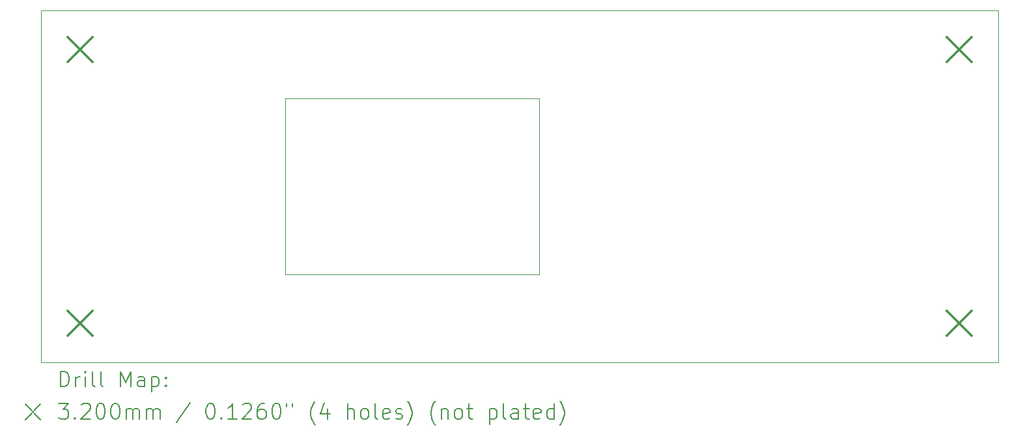
<source format=gbr>
%FSLAX45Y45*%
G04 Gerber Fmt 4.5, Leading zero omitted, Abs format (unit mm)*
G04 Created by KiCad (PCBNEW (6.0.0-0)) date 2023-09-24 20:44:43*
%MOMM*%
%LPD*%
G01*
G04 APERTURE LIST*
%TA.AperFunction,Profile*%
%ADD10C,0.100000*%
%TD*%
%ADD11C,0.200000*%
%ADD12C,0.320000*%
G04 APERTURE END LIST*
D10*
X8255000Y-2921000D02*
X4953000Y-2921000D01*
X4953000Y-2921000D02*
X4953000Y-5207000D01*
X4953000Y-5207000D02*
X8255000Y-5207000D01*
X8255000Y-5207000D02*
X8255000Y-2921000D01*
X1778000Y-1778000D02*
X14224000Y-1778000D01*
X14224000Y-1778000D02*
X14224000Y-6350000D01*
X14224000Y-6350000D02*
X1778000Y-6350000D01*
X1778000Y-6350000D02*
X1778000Y-1778000D01*
D11*
D12*
X2126000Y-2126000D02*
X2446000Y-2446000D01*
X2446000Y-2126000D02*
X2126000Y-2446000D01*
X2126000Y-5682000D02*
X2446000Y-6002000D01*
X2446000Y-5682000D02*
X2126000Y-6002000D01*
X13556000Y-2126000D02*
X13876000Y-2446000D01*
X13876000Y-2126000D02*
X13556000Y-2446000D01*
X13556000Y-5682000D02*
X13876000Y-6002000D01*
X13876000Y-5682000D02*
X13556000Y-6002000D01*
D11*
X2030619Y-6665476D02*
X2030619Y-6465476D01*
X2078238Y-6465476D01*
X2106810Y-6475000D01*
X2125857Y-6494048D01*
X2135381Y-6513095D01*
X2144905Y-6551190D01*
X2144905Y-6579762D01*
X2135381Y-6617857D01*
X2125857Y-6636905D01*
X2106810Y-6655952D01*
X2078238Y-6665476D01*
X2030619Y-6665476D01*
X2230619Y-6665476D02*
X2230619Y-6532143D01*
X2230619Y-6570238D02*
X2240143Y-6551190D01*
X2249667Y-6541667D01*
X2268714Y-6532143D01*
X2287762Y-6532143D01*
X2354429Y-6665476D02*
X2354429Y-6532143D01*
X2354429Y-6465476D02*
X2344905Y-6475000D01*
X2354429Y-6484524D01*
X2363952Y-6475000D01*
X2354429Y-6465476D01*
X2354429Y-6484524D01*
X2478238Y-6665476D02*
X2459190Y-6655952D01*
X2449667Y-6636905D01*
X2449667Y-6465476D01*
X2583000Y-6665476D02*
X2563952Y-6655952D01*
X2554429Y-6636905D01*
X2554429Y-6465476D01*
X2811571Y-6665476D02*
X2811571Y-6465476D01*
X2878238Y-6608333D01*
X2944905Y-6465476D01*
X2944905Y-6665476D01*
X3125857Y-6665476D02*
X3125857Y-6560714D01*
X3116333Y-6541667D01*
X3097286Y-6532143D01*
X3059190Y-6532143D01*
X3040143Y-6541667D01*
X3125857Y-6655952D02*
X3106809Y-6665476D01*
X3059190Y-6665476D01*
X3040143Y-6655952D01*
X3030619Y-6636905D01*
X3030619Y-6617857D01*
X3040143Y-6598809D01*
X3059190Y-6589286D01*
X3106809Y-6589286D01*
X3125857Y-6579762D01*
X3221095Y-6532143D02*
X3221095Y-6732143D01*
X3221095Y-6541667D02*
X3240143Y-6532143D01*
X3278238Y-6532143D01*
X3297286Y-6541667D01*
X3306809Y-6551190D01*
X3316333Y-6570238D01*
X3316333Y-6627381D01*
X3306809Y-6646428D01*
X3297286Y-6655952D01*
X3278238Y-6665476D01*
X3240143Y-6665476D01*
X3221095Y-6655952D01*
X3402048Y-6646428D02*
X3411571Y-6655952D01*
X3402048Y-6665476D01*
X3392524Y-6655952D01*
X3402048Y-6646428D01*
X3402048Y-6665476D01*
X3402048Y-6541667D02*
X3411571Y-6551190D01*
X3402048Y-6560714D01*
X3392524Y-6551190D01*
X3402048Y-6541667D01*
X3402048Y-6560714D01*
X1573000Y-6895000D02*
X1773000Y-7095000D01*
X1773000Y-6895000D02*
X1573000Y-7095000D01*
X2011571Y-6885476D02*
X2135381Y-6885476D01*
X2068714Y-6961667D01*
X2097286Y-6961667D01*
X2116333Y-6971190D01*
X2125857Y-6980714D01*
X2135381Y-6999762D01*
X2135381Y-7047381D01*
X2125857Y-7066428D01*
X2116333Y-7075952D01*
X2097286Y-7085476D01*
X2040143Y-7085476D01*
X2021095Y-7075952D01*
X2011571Y-7066428D01*
X2221095Y-7066428D02*
X2230619Y-7075952D01*
X2221095Y-7085476D01*
X2211571Y-7075952D01*
X2221095Y-7066428D01*
X2221095Y-7085476D01*
X2306810Y-6904524D02*
X2316333Y-6895000D01*
X2335381Y-6885476D01*
X2383000Y-6885476D01*
X2402048Y-6895000D01*
X2411571Y-6904524D01*
X2421095Y-6923571D01*
X2421095Y-6942619D01*
X2411571Y-6971190D01*
X2297286Y-7085476D01*
X2421095Y-7085476D01*
X2544905Y-6885476D02*
X2563952Y-6885476D01*
X2583000Y-6895000D01*
X2592524Y-6904524D01*
X2602048Y-6923571D01*
X2611571Y-6961667D01*
X2611571Y-7009286D01*
X2602048Y-7047381D01*
X2592524Y-7066428D01*
X2583000Y-7075952D01*
X2563952Y-7085476D01*
X2544905Y-7085476D01*
X2525857Y-7075952D01*
X2516333Y-7066428D01*
X2506810Y-7047381D01*
X2497286Y-7009286D01*
X2497286Y-6961667D01*
X2506810Y-6923571D01*
X2516333Y-6904524D01*
X2525857Y-6895000D01*
X2544905Y-6885476D01*
X2735381Y-6885476D02*
X2754429Y-6885476D01*
X2773476Y-6895000D01*
X2783000Y-6904524D01*
X2792524Y-6923571D01*
X2802048Y-6961667D01*
X2802048Y-7009286D01*
X2792524Y-7047381D01*
X2783000Y-7066428D01*
X2773476Y-7075952D01*
X2754429Y-7085476D01*
X2735381Y-7085476D01*
X2716333Y-7075952D01*
X2706810Y-7066428D01*
X2697286Y-7047381D01*
X2687762Y-7009286D01*
X2687762Y-6961667D01*
X2697286Y-6923571D01*
X2706810Y-6904524D01*
X2716333Y-6895000D01*
X2735381Y-6885476D01*
X2887762Y-7085476D02*
X2887762Y-6952143D01*
X2887762Y-6971190D02*
X2897286Y-6961667D01*
X2916333Y-6952143D01*
X2944905Y-6952143D01*
X2963952Y-6961667D01*
X2973476Y-6980714D01*
X2973476Y-7085476D01*
X2973476Y-6980714D02*
X2983000Y-6961667D01*
X3002048Y-6952143D01*
X3030619Y-6952143D01*
X3049667Y-6961667D01*
X3059190Y-6980714D01*
X3059190Y-7085476D01*
X3154428Y-7085476D02*
X3154428Y-6952143D01*
X3154428Y-6971190D02*
X3163952Y-6961667D01*
X3183000Y-6952143D01*
X3211571Y-6952143D01*
X3230619Y-6961667D01*
X3240143Y-6980714D01*
X3240143Y-7085476D01*
X3240143Y-6980714D02*
X3249667Y-6961667D01*
X3268714Y-6952143D01*
X3297286Y-6952143D01*
X3316333Y-6961667D01*
X3325857Y-6980714D01*
X3325857Y-7085476D01*
X3716333Y-6875952D02*
X3544905Y-7133095D01*
X3973476Y-6885476D02*
X3992524Y-6885476D01*
X4011571Y-6895000D01*
X4021095Y-6904524D01*
X4030619Y-6923571D01*
X4040143Y-6961667D01*
X4040143Y-7009286D01*
X4030619Y-7047381D01*
X4021095Y-7066428D01*
X4011571Y-7075952D01*
X3992524Y-7085476D01*
X3973476Y-7085476D01*
X3954428Y-7075952D01*
X3944905Y-7066428D01*
X3935381Y-7047381D01*
X3925857Y-7009286D01*
X3925857Y-6961667D01*
X3935381Y-6923571D01*
X3944905Y-6904524D01*
X3954428Y-6895000D01*
X3973476Y-6885476D01*
X4125857Y-7066428D02*
X4135381Y-7075952D01*
X4125857Y-7085476D01*
X4116333Y-7075952D01*
X4125857Y-7066428D01*
X4125857Y-7085476D01*
X4325857Y-7085476D02*
X4211571Y-7085476D01*
X4268714Y-7085476D02*
X4268714Y-6885476D01*
X4249667Y-6914048D01*
X4230619Y-6933095D01*
X4211571Y-6942619D01*
X4402048Y-6904524D02*
X4411571Y-6895000D01*
X4430619Y-6885476D01*
X4478238Y-6885476D01*
X4497286Y-6895000D01*
X4506810Y-6904524D01*
X4516333Y-6923571D01*
X4516333Y-6942619D01*
X4506810Y-6971190D01*
X4392524Y-7085476D01*
X4516333Y-7085476D01*
X4687762Y-6885476D02*
X4649667Y-6885476D01*
X4630619Y-6895000D01*
X4621095Y-6904524D01*
X4602048Y-6933095D01*
X4592524Y-6971190D01*
X4592524Y-7047381D01*
X4602048Y-7066428D01*
X4611571Y-7075952D01*
X4630619Y-7085476D01*
X4668714Y-7085476D01*
X4687762Y-7075952D01*
X4697286Y-7066428D01*
X4706810Y-7047381D01*
X4706810Y-6999762D01*
X4697286Y-6980714D01*
X4687762Y-6971190D01*
X4668714Y-6961667D01*
X4630619Y-6961667D01*
X4611571Y-6971190D01*
X4602048Y-6980714D01*
X4592524Y-6999762D01*
X4830619Y-6885476D02*
X4849667Y-6885476D01*
X4868714Y-6895000D01*
X4878238Y-6904524D01*
X4887762Y-6923571D01*
X4897286Y-6961667D01*
X4897286Y-7009286D01*
X4887762Y-7047381D01*
X4878238Y-7066428D01*
X4868714Y-7075952D01*
X4849667Y-7085476D01*
X4830619Y-7085476D01*
X4811571Y-7075952D01*
X4802048Y-7066428D01*
X4792524Y-7047381D01*
X4783000Y-7009286D01*
X4783000Y-6961667D01*
X4792524Y-6923571D01*
X4802048Y-6904524D01*
X4811571Y-6895000D01*
X4830619Y-6885476D01*
X4973476Y-6885476D02*
X4973476Y-6923571D01*
X5049667Y-6885476D02*
X5049667Y-6923571D01*
X5344905Y-7161667D02*
X5335381Y-7152143D01*
X5316333Y-7123571D01*
X5306810Y-7104524D01*
X5297286Y-7075952D01*
X5287762Y-7028333D01*
X5287762Y-6990238D01*
X5297286Y-6942619D01*
X5306810Y-6914048D01*
X5316333Y-6895000D01*
X5335381Y-6866428D01*
X5344905Y-6856905D01*
X5506810Y-6952143D02*
X5506810Y-7085476D01*
X5459190Y-6875952D02*
X5411571Y-7018809D01*
X5535381Y-7018809D01*
X5763952Y-7085476D02*
X5763952Y-6885476D01*
X5849667Y-7085476D02*
X5849667Y-6980714D01*
X5840143Y-6961667D01*
X5821095Y-6952143D01*
X5792524Y-6952143D01*
X5773476Y-6961667D01*
X5763952Y-6971190D01*
X5973476Y-7085476D02*
X5954428Y-7075952D01*
X5944905Y-7066428D01*
X5935381Y-7047381D01*
X5935381Y-6990238D01*
X5944905Y-6971190D01*
X5954428Y-6961667D01*
X5973476Y-6952143D01*
X6002048Y-6952143D01*
X6021095Y-6961667D01*
X6030619Y-6971190D01*
X6040143Y-6990238D01*
X6040143Y-7047381D01*
X6030619Y-7066428D01*
X6021095Y-7075952D01*
X6002048Y-7085476D01*
X5973476Y-7085476D01*
X6154428Y-7085476D02*
X6135381Y-7075952D01*
X6125857Y-7056905D01*
X6125857Y-6885476D01*
X6306809Y-7075952D02*
X6287762Y-7085476D01*
X6249667Y-7085476D01*
X6230619Y-7075952D01*
X6221095Y-7056905D01*
X6221095Y-6980714D01*
X6230619Y-6961667D01*
X6249667Y-6952143D01*
X6287762Y-6952143D01*
X6306809Y-6961667D01*
X6316333Y-6980714D01*
X6316333Y-6999762D01*
X6221095Y-7018809D01*
X6392524Y-7075952D02*
X6411571Y-7085476D01*
X6449667Y-7085476D01*
X6468714Y-7075952D01*
X6478238Y-7056905D01*
X6478238Y-7047381D01*
X6468714Y-7028333D01*
X6449667Y-7018809D01*
X6421095Y-7018809D01*
X6402048Y-7009286D01*
X6392524Y-6990238D01*
X6392524Y-6980714D01*
X6402048Y-6961667D01*
X6421095Y-6952143D01*
X6449667Y-6952143D01*
X6468714Y-6961667D01*
X6544905Y-7161667D02*
X6554428Y-7152143D01*
X6573476Y-7123571D01*
X6583000Y-7104524D01*
X6592524Y-7075952D01*
X6602048Y-7028333D01*
X6602048Y-6990238D01*
X6592524Y-6942619D01*
X6583000Y-6914048D01*
X6573476Y-6895000D01*
X6554428Y-6866428D01*
X6544905Y-6856905D01*
X6906809Y-7161667D02*
X6897286Y-7152143D01*
X6878238Y-7123571D01*
X6868714Y-7104524D01*
X6859190Y-7075952D01*
X6849667Y-7028333D01*
X6849667Y-6990238D01*
X6859190Y-6942619D01*
X6868714Y-6914048D01*
X6878238Y-6895000D01*
X6897286Y-6866428D01*
X6906809Y-6856905D01*
X6983000Y-6952143D02*
X6983000Y-7085476D01*
X6983000Y-6971190D02*
X6992524Y-6961667D01*
X7011571Y-6952143D01*
X7040143Y-6952143D01*
X7059190Y-6961667D01*
X7068714Y-6980714D01*
X7068714Y-7085476D01*
X7192524Y-7085476D02*
X7173476Y-7075952D01*
X7163952Y-7066428D01*
X7154428Y-7047381D01*
X7154428Y-6990238D01*
X7163952Y-6971190D01*
X7173476Y-6961667D01*
X7192524Y-6952143D01*
X7221095Y-6952143D01*
X7240143Y-6961667D01*
X7249667Y-6971190D01*
X7259190Y-6990238D01*
X7259190Y-7047381D01*
X7249667Y-7066428D01*
X7240143Y-7075952D01*
X7221095Y-7085476D01*
X7192524Y-7085476D01*
X7316333Y-6952143D02*
X7392524Y-6952143D01*
X7344905Y-6885476D02*
X7344905Y-7056905D01*
X7354428Y-7075952D01*
X7373476Y-7085476D01*
X7392524Y-7085476D01*
X7611571Y-6952143D02*
X7611571Y-7152143D01*
X7611571Y-6961667D02*
X7630619Y-6952143D01*
X7668714Y-6952143D01*
X7687762Y-6961667D01*
X7697286Y-6971190D01*
X7706809Y-6990238D01*
X7706809Y-7047381D01*
X7697286Y-7066428D01*
X7687762Y-7075952D01*
X7668714Y-7085476D01*
X7630619Y-7085476D01*
X7611571Y-7075952D01*
X7821095Y-7085476D02*
X7802048Y-7075952D01*
X7792524Y-7056905D01*
X7792524Y-6885476D01*
X7983000Y-7085476D02*
X7983000Y-6980714D01*
X7973476Y-6961667D01*
X7954428Y-6952143D01*
X7916333Y-6952143D01*
X7897286Y-6961667D01*
X7983000Y-7075952D02*
X7963952Y-7085476D01*
X7916333Y-7085476D01*
X7897286Y-7075952D01*
X7887762Y-7056905D01*
X7887762Y-7037857D01*
X7897286Y-7018809D01*
X7916333Y-7009286D01*
X7963952Y-7009286D01*
X7983000Y-6999762D01*
X8049667Y-6952143D02*
X8125857Y-6952143D01*
X8078238Y-6885476D02*
X8078238Y-7056905D01*
X8087762Y-7075952D01*
X8106809Y-7085476D01*
X8125857Y-7085476D01*
X8268714Y-7075952D02*
X8249667Y-7085476D01*
X8211571Y-7085476D01*
X8192524Y-7075952D01*
X8183000Y-7056905D01*
X8183000Y-6980714D01*
X8192524Y-6961667D01*
X8211571Y-6952143D01*
X8249667Y-6952143D01*
X8268714Y-6961667D01*
X8278238Y-6980714D01*
X8278238Y-6999762D01*
X8183000Y-7018809D01*
X8449667Y-7085476D02*
X8449667Y-6885476D01*
X8449667Y-7075952D02*
X8430619Y-7085476D01*
X8392524Y-7085476D01*
X8373476Y-7075952D01*
X8363952Y-7066428D01*
X8354428Y-7047381D01*
X8354428Y-6990238D01*
X8363952Y-6971190D01*
X8373476Y-6961667D01*
X8392524Y-6952143D01*
X8430619Y-6952143D01*
X8449667Y-6961667D01*
X8525857Y-7161667D02*
X8535381Y-7152143D01*
X8554429Y-7123571D01*
X8563952Y-7104524D01*
X8573476Y-7075952D01*
X8583000Y-7028333D01*
X8583000Y-6990238D01*
X8573476Y-6942619D01*
X8563952Y-6914048D01*
X8554429Y-6895000D01*
X8535381Y-6866428D01*
X8525857Y-6856905D01*
M02*

</source>
